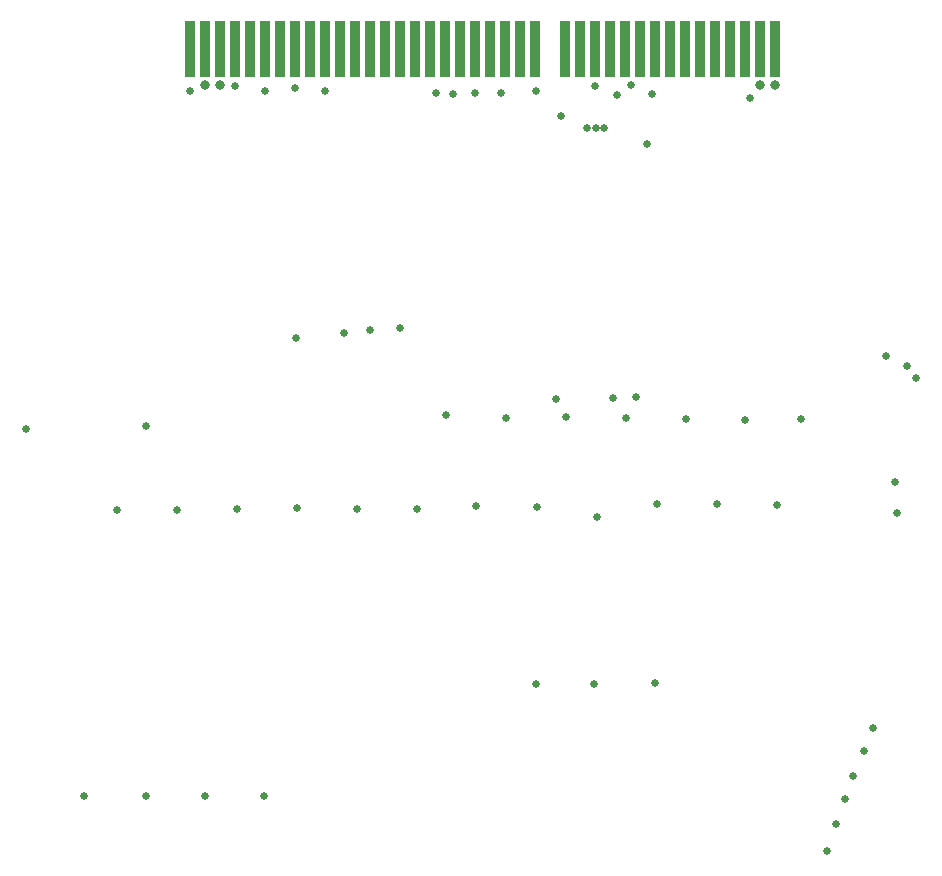
<source format=gbr>
G04*
G04 #@! TF.GenerationSoftware,Altium Limited,Altium Designer,22.11.1 (43)*
G04*
G04 Layer_Color=16711935*
%FSLAX44Y44*%
%MOMM*%
G71*
G04*
G04 #@! TF.SameCoordinates,FC654CB9-28C8-48F1-B545-0E8A54867809*
G04*
G04*
G04 #@! TF.FilePolarity,Negative*
G04*
G01*
G75*
%ADD17R,0.8632X4.7752*%
%ADD18C,0.8382*%
%ADD19C,0.6472*%
D17*
X523870Y976000D02*
D03*
X727070D02*
D03*
X714370D02*
D03*
X701670D02*
D03*
X688970D02*
D03*
X676270D02*
D03*
X663570D02*
D03*
X650870D02*
D03*
X638170D02*
D03*
X625470D02*
D03*
X612770D02*
D03*
X600070D02*
D03*
X587370D02*
D03*
X574670D02*
D03*
X561970D02*
D03*
X549270D02*
D03*
X511170D02*
D03*
X498470D02*
D03*
X485770D02*
D03*
X473070D02*
D03*
X460370D02*
D03*
X447670D02*
D03*
X434970D02*
D03*
X422270D02*
D03*
X409570D02*
D03*
X396870D02*
D03*
X384170D02*
D03*
X371470D02*
D03*
X358770D02*
D03*
X346070D02*
D03*
X333370D02*
D03*
X320670D02*
D03*
X307970D02*
D03*
X295270D02*
D03*
X282570D02*
D03*
X269870D02*
D03*
X257170D02*
D03*
X244470D02*
D03*
X231770D02*
D03*
D18*
X714370Y946000D02*
D03*
X727070Y946000D02*
D03*
X244470D02*
D03*
X257170D02*
D03*
D19*
X706000Y935000D02*
D03*
X623189Y938559D02*
D03*
X455000Y938000D02*
D03*
X440480Y938881D02*
D03*
X786260Y341000D02*
D03*
X829000Y610000D02*
D03*
X810260Y401000D02*
D03*
X678000Y591000D02*
D03*
X803000Y382000D02*
D03*
X793642Y361054D02*
D03*
X749740Y663200D02*
D03*
X771000Y297000D02*
D03*
X779000Y320000D02*
D03*
X847000Y698000D02*
D03*
X839000Y708000D02*
D03*
X821000Y716000D02*
D03*
X830200Y583800D02*
D03*
X605169Y946099D02*
D03*
X593497Y937236D02*
D03*
X574000Y439000D02*
D03*
X294700Y344000D02*
D03*
X245000D02*
D03*
X728600Y590400D02*
D03*
X195000Y344000D02*
D03*
X423800Y587200D02*
D03*
X499800Y664200D02*
D03*
X142000Y344000D02*
D03*
X652000Y663000D02*
D03*
X619000Y896000D02*
D03*
X610000Y682000D02*
D03*
X627000Y591000D02*
D03*
X625620Y439908D02*
D03*
X590000Y681000D02*
D03*
X601400Y663600D02*
D03*
X582660Y909740D02*
D03*
X568140D02*
D03*
X575400D02*
D03*
X546160Y919929D02*
D03*
X542000Y680000D02*
D03*
X525000Y439000D02*
D03*
X574595Y945220D02*
D03*
X576200Y580438D02*
D03*
X550600Y664400D02*
D03*
X524695Y941000D02*
D03*
X410000Y740000D02*
D03*
X384000Y738000D02*
D03*
X495000Y939000D02*
D03*
X702000Y662000D02*
D03*
X473000Y939000D02*
D03*
X525400Y588600D02*
D03*
X474000Y589000D02*
D03*
X346070Y941000D02*
D03*
X449000Y666000D02*
D03*
X373000Y586799D02*
D03*
X362000Y736000D02*
D03*
X322200Y587800D02*
D03*
X320670Y942937D02*
D03*
X322000Y732000D02*
D03*
X295270Y941000D02*
D03*
X271400Y586600D02*
D03*
X220600Y586400D02*
D03*
X195000Y657000D02*
D03*
X269867Y945135D02*
D03*
X169800Y585800D02*
D03*
X93400Y654600D02*
D03*
X231770Y941000D02*
D03*
M02*

</source>
